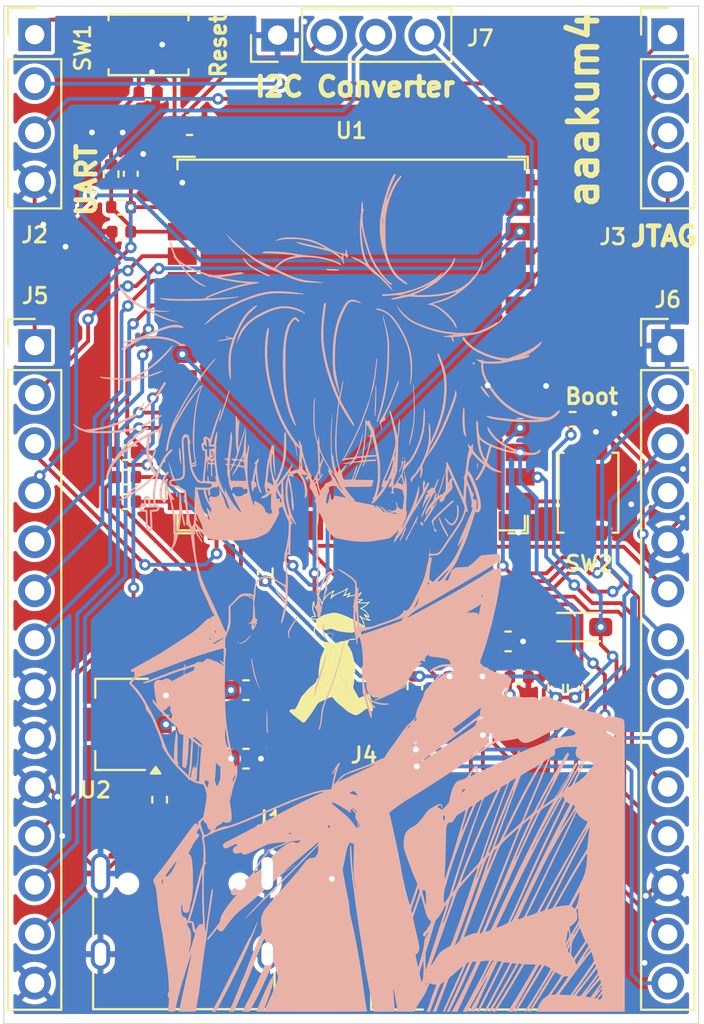
<source format=kicad_pcb>
(kicad_pcb (version 20241229) (generator "pcbnew") (generator_version "9.0")
  (layers (0 "F.Cu" signal) (2 "B.Cu" signal) (13 "F.Paste" user) (15 "B.Paste" user) (5 "F.SilkS" user "F.Silkscreen") (7 "B.SilkS" user "B.Silkscreen") (1 "F.Mask" user) (3 "B.Mask" user) (25 "Edge.Cuts" user))
  (net 0 "")
  (net 1 "+3V3")
  (net 2 "GND")
  (net 3 "VBUS")
  (net 4 "+3.3V")
  (net 5 "EN")
  (net 6 "Net-(C6-Pad2)")
  (net 7 "Net-(J4-VDD)")
  (net 8 "USB_D-")
  (net 9 "USB_D+")
  (net 10 "Net-(J1-CC2)")
  (net 11 "Net-(J1-CC1)")
  (net 12 "Net-(J2-Pin_3)")
  (net 13 "Net-(J2-Pin_2)")
  (net 14 "Net-(J3-Pin_2)")
  (net 15 "Net-(J3-Pin_1)")
  (net 16 "Net-(J3-Pin_4)")
  (net 17 "Net-(J3-Pin_3)")
  (net 18 "GPIO13 (DAT0)")
  (net 19 "Net-(J4-SHIELD)")
  (net 20 "GPIO15 (DAT2)")
  (net 21 "GPIO11 (CMD)")
  (net 22 "GPIO14 (DAT1)")
  (net 23 "GPIO10 (DAT3)")
  (net 24 "GPIO12 (CLK)")
  (net 25 "GPIO5")
  (net 26 "GPIO16")
  (net 27 "GPIO18")
  (net 28 "GPIO2")
  (net 29 "GPIO1")
  (net 30 "GPIO17")
  (net 31 "GPIO4")
  (net 32 "GPIO6")
  (net 33 "GPIO3")
  (net 34 "GPIO7")
  (net 35 "GPIO47")
  (net 36 "GPIO46")
  (net 37 "GPIO38")
  (net 38 "GPIO21")
  (net 39 "GPIO48")
  (net 40 "GPIO36")
  (net 41 "GPIO37")
  (net 42 "GPIO45")
  (net 43 "GPIO35")
  (net 44 "Net-(J7-Pin_4)")
  (net 45 "Net-(J7-Pin_3)")
  (net 46 "Net-(U1-IO20)")
  (net 47 "Net-(U1-IO19)")
  (net 48 "Net-(U1-IO0)")
  (footprint "Connector_PinHeader_2.54mm:PinHeader_1x04_P2.54mm_Vertical" (layer "F.Cu") (at 224.4 75.475)
    (property "Reference" "J3")
    (property "Value" "Conn_01x04" (hide yes))
  )
  (footprint "Package_TO_SOT_SMD:SOT-89-3" (layer "F.Cu") (at 196.1 111.2 180)
    (property "Reference" "U2")
    (property "Value" "MCP1700x-120xxMB" (hide yes))
  )
  (footprint "Connector_PinHeader_2.54mm:PinHeader_1x04_P2.54mm_Vertical" (layer "F.Cu") (at 204.19 75.5 90)
    (property "Reference" "J7")
    (property "Value" "Conn_01x04" (hide yes))
  )
  (footprint "Graphics:larger baby gojo" (layer "F.Cu") (at 207.131314 107.29499)
    (property "Reference" "G***" (hide yes))
    (property "Value" "LOGO" (hide yes))
  )
  (footprint "Resistor_SMD:R_0402_1005Metric" (layer "F.Cu") (at 196.34 98.39)
    (property "Reference" "R4" (hide yes))
    (property "Value" "27" (hide yes))
  )
  (footprint "Connector_PinHeader_2.54mm:PinHeader_1x14_P2.54mm_Vertical" (layer "F.Cu") (at 224.4 91.58)
    (property "Reference" "J6")
    (property "Value" "Conn_01x14" (hide yes))
  )
  (footprint "Capacitor_SMD:C_0603_1608Metric" (layer "F.Cu") (at 216.13 106.9)
    (property "Reference" "C8" (hide yes))
    (property "Value" "10uF" (hide yes))
  )
  (footprint "Capacitor_SMD:C_0402_1005Metric" (layer "F.Cu") (at 196.58 82.68 90)
    (property "Reference" "C3" (hide yes))
    (property "Value" "0.1uF" (hide yes))
  )
  (footprint "Capacitor_SMD:C_0402_1005Metric" (layer "F.Cu") (at 196.095 85.685)
    (property "Reference" "C5" (hide yes))
    (property "Value" "0.1uF" (hide yes))
  )
  (footprint "Button_Switch_SMD:SW_Push_SPST_NO_Alps_SKRK" (layer "F.Cu") (at 197.5 76 180)
    (property "Reference" "SW1")
    (property "Value" "SW_Push" (hide yes))
  )
  (footprint "Resistor_SMD:R_0402_1005Metric" (layer "F.Cu") (at 195.56 82.7 -90)
    (property "Reference" "R6" (hide yes))
    (property "Value" "0" (hide yes))
  )
  (footprint "Resistor_SMD:R_0402_1005Metric" (layer "F.Cu") (at 196.075 84.41)
    (property "Reference" "R5" (hide yes))
    (property "Value" "10k" (hide yes))
  )
  (footprint "Resistor_SMD:R_0402_1005Metric" (layer "F.Cu") (at 211.3 109.225 -90)
    (property "Reference" "R9" (hide yes))
    (property "Value" "10k" (hide yes))
  )
  (footprint "Connector_USB:USB_C_Receptacle_HRO_TYPE-C-31-M-12" (layer "F.Cu") (at 199.33 122.05)
    (property "Reference" "J1")
    (property "Value" "USB_C_Receptacle_USB2.0_14P" (hide yes))
  )
  (footprint "Resistor_SMD:R_0402_1005Metric" (layer "F.Cu") (at 201.075 115.1 -90)
    (property "Reference" "R2" (hide yes))
    (property "Value" "5.1k" (hide yes))
  )
  (footprint "Resistor_SMD:R_0402_1005Metric" (layer "F.Cu") (at 196.34 97.12)
    (property "Reference" "R15" (hide yes))
    (property "Value" "4.7k" (hide yes))
  )
  (footprint "Capacitor_SMD:C_0603_1608Metric" (layer "F.Cu") (at 202.55 112.975)
    (property "Reference" "C2" (hide yes))
    (property "Value" "10uF" (hide yes))
  )
  (footprint "Resistor_SMD:R_0402_1005Metric" (layer "F.Cu") (at 196.34 99.66)
    (property "Reference" "R3" (hide yes))
    (property "Value" "27" (hide yes))
  )
  (footprint "Inductor_SMD:L_Walsin_WLFM201209x" (layer "F.Cu") (at 219.78 106.16)
    (property "Reference" "FB1" (hide yes))
    (property "Value" "FerriteBead" (hide yes))
  )
  (footprint "Resistor_SMD:R_0402_1005Metric" (layer "F.Cu") (at 213.1 109.225 -90)
    (property "Reference" "R10" (hide yes))
    (property "Value" "10k" (hide yes))
  )
  (footprint "Resistor_SMD:R_0402_1005Metric" (layer "F.Cu") (at 214.8 109.225 -90)
    (property "Reference" "R11" (hide yes))
    (property "Value" "10k" (hide yes))
  )
  (footprint "Connector_PinHeader_2.54mm:PinHeader_1x04_P2.54mm_Vertical" (layer "F.Cu") (at 191.6 75.475)
    (property "Reference" "J2")
    (property "Value" "Conn_01x04" (hide yes))
  )
  (footprint "Connector_PinHeader_2.54mm:PinHeader_1x14_P2.54mm_Vertical" (layer "F.Cu") (at 191.6 91.58)
    (property "Reference" "J5")
    (property "Value" "Conn_01x14" (hide yes))
  )
  (footprint "PCM_Espressif:ESP32-S3-WROOM-1U" (layer "F.Cu") (at 208 91.4)
    (property "Reference" "U1")
    (property "Value" "ESP32-S3-WROOM-1U" (hide yes))
  )
  (footprint "Capacitor_SMD:C_0402_1005Metric" (layer "F.Cu") (at 216.7 108.75 180)
    (property "Reference" "C7" (hide yes))
    (property "Value" "0.1uF" (hide yes))
  )
  (footprint "Resistor_SMD:R_0402_1005Metric" (layer "F.Cu") (at 198.075 115.1 90)
    (property "Reference" "R1" (hide yes))
    (property "Value" "5.1k" (hide yes))
  )
  (footprint "Resistor_SMD:R_0603_1608Metric" (layer "F.Cu") (at 207 120.025 -90)
    (property "Reference" "R8" (hide yes))
    (property "Value" "1M" (hide yes))
  )
  (footprint "Resistor_SMD:R_0402_1005Metric" (layer "F.Cu") (at 203.55 103.275 90)
    (property "Reference" "R14" (hide yes))
    (property "Value" "4.7k" (hide yes))
  )
  (footprint "Capacitor_SMD:C_0603_1608Metric" (layer "F.Cu") (at 199.625 80.16)
    (property "Reference" "C4" (hide yes))
    (property "Value" "22uF" (hide yes))
  )
  (footprint "Button_Switch_SMD:SW_Push_SPST_NO_Alps_SKRK" (layer "F.Cu") (at 220.275 99.2 90)
    (property "Reference" "SW2")
    (property "Value" "SW_Push" (hide yes))
  )
  (footprint "Resistor_SMD:R_0402_1005Metric" (layer "F.Cu") (at 219.6 109.3 90)
    (property "Reference" "R12" (hide yes))
    (property "Value" "10k" (hide yes))
  )
  (footprint "Resistor_SMD:R_0402_1005Metric" (layer "F.Cu") (at 218.6 109.3 90)
    (property "Reference" "R13" (hide yes))
    (property "Value" "10k" (hide yes))
  )
  (footprint "Capacitor_SMD:C_0402_1005Metric" (layer "F.Cu") (at 197.48 78.48 180)
    (property "Reference" "C6" (hide yes))
    (property "Value" "0.1uF" (hide yes))
  )
  (footprint "Resistor_SMD:R_0402_1005Metric" (layer "F.Cu") (at 219.475 95.4)
    (property "Reference" "R7" (hide yes))
    (property "Value" "10k" (hide yes))
  )
  (footprint "Capacitor_SMD:C_0603_1608Metric" (layer "F.Cu") (at 202.55 109.425)
    (property "Reference" "C1" (hide yes))
    (property "Value" "10uF" (hide yes))
  )
  (footprint "Connector_Card:microSD_HC_Molex_104031-0811" (layer "F.Cu") (at 215.105 120.15)
    (property "Reference" "J4")
    (property "Value" "Micro_SD_Card" (hide yes))
  )
  (footprint "Graphics:Gojo mid" (layer "B.Cu") (at 207.171101 93.608072 180)
    (property "Reference" "G***" (hide yes))
    (property "Value" "LOGO" (hide yes))
  )
  (gr_rect (start 190 74) (end 226 126.7) (stroke (width 0.05)) (fill no) (layer "Edge.Cuts"))
  (gr_text "UART" (at 194.87 85 90) (layer "F.SilkS") (effects (font (size 1 1) (thickness 0.25) (bold yes)) (justify left bottom)))
  (gr_text "JTAG" (at 222.36 86.51 0) (layer "F.SilkS") (effects (font (size 1 1) (thickness 0.25) (bold yes)) (justify left bottom)))
  (gr_text "I2C Converter" (at 202.89 78.76 0) (layer "F.SilkS") (effects (font (size 1 1) (thickness 0.25) (bold yes)) (justify left bottom)))
  (gr_text "Boot" (at 218.99 94.68 0) (layer "F.SilkS") (effects (font (size 0.8 0.8) (thickness 0.175) (bold yes)) (justify left bottom)))
  (gr_text "aaakum4" (at 220.91 84.59 90) (layer "F.SilkS") (effects (font (size 1.5 1.5) (thickness 0.3) (bold yes)) (justify left bottom)))
  (gr_text "Reset" (at 201.59 77.79 90) (layer "F.SilkS") (effects (font (size 0.8 0.8) (thickness 0.175) (bold yes)) (justify left bottom)))
  (segment (start 198.05 109.7) (end 198.406 109.7) (width 0.2) (layer "F.Cu") (net 1))
  (via (at 198.406 109.7) (size 0.6) (drill 0.3) (layers "F.Cu" "B.Cu") (net 1))
  (via (at 201.775 109.425) (size 0.6) (drill 0.3) (layers "F.Cu" "B.Cu") (net 1))
  (segment (start 201.5 109.7) (end 201.775 109.425) (width 0.2) (layer "B.Cu") (net 1))
  (segment (start 198.406 109.7) (end 201.5 109.7) (width 0.2) (layer "B.Cu") (net 1))
  (segment (start 198.21 75.99) (end 199.59 75.99) (width 0.2) (layer "F.Cu") (net 2))
  (segment (start 223.55 102.59) (end 224.4 101.74) (width 0.2) (layer "F.Cu") (net 2))
  (segment (start 197.96 77.694463) (end 197.680537 77.415) (width 0.2) (layer "F.Cu") (net 2))
  (segment (start 192.28 114.44) (end 191.6 114.44) (width 0.2) (layer "F.Cu") (net 2))
  (segment (start 196.58 82.2) (end 196.58 80.96153) (width 0.2) (layer "F.Cu") (net 2))
  (segment (start 220.275 101.3) (end 221.009265 101.3) (width 0.2) (layer "F.Cu") (net 2))
  (segment (start 224.4 101.74) (end 224.4 101.25) (width 0.2) (layer "F.Cu") (net 2))
  (segment (start 191.6 84.86) (end 192.05 85.31) (width 0.2) (layer "F.Cu") (net 2))
  (segment (start 197.96 78.48) (end 197.96 78.74153) (width 0.2) (layer "F.Cu") (net 2))
  (segment (start 195.01 118.92) (end 195.165 118.92) (width 0.2) (layer "F.Cu") (net 2))
  (segment (start 224.4 91.58) (end 220.19 91.58) (width 0.2) (layer "F.Cu") (net 2))
  (segment (start 193.03 116.98) (end 193.07 116.98) (width 0.2) (layer "F.Cu") (net 2))
  (segment (start 196.680735 82.2) (end 197.225 81.655735) (width 0.2) (layer "F.Cu") (net 2))
  (segment (start 194.57 80.54) (end 194.155 80.54) (width 0.2) (layer "F.Cu") (net 2))
  (segment (start 223.829999 119.52) (end 223.269264 120.080735) (width 0.2) (layer "F.Cu") (net 2))
  (segment (start 224.4 119.52) (end 223.829999 119.52) (width 0.2) (layer "F.Cu") (net 2))
  (segment (start 194.155 80.54) (end 191.6 83.095) (width 0.2) (layer "F.Cu") (net 2))
  (segment (start 199.59 75.99) (end 199.6 76) (width 0.2) (layer "F.Cu") (net 2))
  (segment (start 221.009265 101.3) (end 222.509265 99.8) (width 0.2) (layer "F.Cu") (net 2))
  (segment (start 192.785735 114.945735) (end 192.28 114.44) (width 0.2) (layer "F.Cu") (net 2))
  (segment (start 224.4 101.25) (end 225.16 100.49) (width 0.2) (layer "F.Cu") (net 2))
  (segment (start 196.58 82.2) (end 196.680735 82.2) (width 0.2) (layer "F.Cu") (net 2))
  (segment (start 220.19 91.58) (end 218.1 93.67) (width 0.2) (layer "F.Cu") (net 2))
  (segment (start 223.509322 102.59) (end 223.55 102.59) (width 0.2) (layer "F.Cu") (net 2))
  (segment (start 196.58 80.96153) (end 196.16 80.54153) (width 0.2) (layer "F.Cu") (net 2))
  (segment (start 195.165 118.92) (end 196.08 118.005) (width 0.2) (layer "F.Cu") (net 2))
  (segment (start 197.96 78.48) (end 197.96 77.694463) (width 0.2) (layer "F.Cu") (net 2))
  (segment (start 191.6 83.095) (end 191.6 84.86) (width 0.2) (layer "F.Cu") (net 2))
  (segment (start 222.509265 99.8) (end 222.509265 101.589943) (width 0.2) (layer "F.Cu") (net 2))
  (segment (start 193.07 116.98) (end 195.01 118.92) (width 0.2) (layer "F.Cu") (net 2))
  (segment (start 222.509265 101.589943) (end 223.509322 102.59) (width 0.2) (layer "F.Cu") (net 2))
  (segment (start 197.96 78.74153) (end 196.16 80.54153) (width 0.2) (layer "F.Cu") (net 2))
  (via (at 225.16 100.49) (size 0.6) (drill 0.3) (layers "F.Cu" "B.Cu") (net 2))
  (via (at 203.325 112.975) (size 0.6) (drill 0.3) (layers "F.Cu" "B.Cu") (net 2))
  (via (at 223.2 123.55) (size 0.6) (drill 0.3) (layers "F.Cu" "B.Cu") (net 2))
  (via (at 223.269264 120.080735) (size 0.6) (drill 0.3) (layers "F.Cu" "B.Cu") (net 2))
  (via (at 225.2 97.97) (size 0.6) (drill 0.3) (layers "F.Cu" "B.Cu") (net 2))
  (via (at 222.509265 99.8) (size 0.6) (drill 0.3) (layers "F.Cu" "B.Cu") (net 2))
  (via (at 215.07 93.64) (size 0.6) (drill 0.3) (layers "F.Cu" "B.Cu") (net 2))
  (via (at 197.680537 77.415) (size 0.6) (drill 0.3) (layers "F.Cu" "B.Cu") (net 2))
  (via (at 194.57 80.54) (size 0.6) (drill 0.3) (layers "F.Cu" "B.Cu") (net 2))
  (via (at 207 119.2) (size 0.6) (drill 0.3) (layers "F.Cu" "B.Cu") (net 2))
  (via (at 198.21 75.99) (size 0.6) (drill 0.3) (layers "F.Cu" "B.Cu") (net 2))
  (via (at 221.64 95.09) (size 0.6) (drill 0.3) (layers "F.Cu" "B.Cu") (net 2))
  (via (at 216.67 101.26) (size 0.6) (drill 0.3) (layers "F.Cu" "B.Cu") (net 2))
  (via (at 192.785735 114.945735) (size 0.6) (drill 0.3) (layers "F.Cu" "B.Cu") (net 2))
  (via (at 193.2 86.46) (size 0.6) (drill 0.3) (layers "F.Cu" "B.Cu") (net 2))
  (via (at 218.1 93.67) (size 0.6) (drill 0.3) (layers "F.Cu" "B.Cu") (net 2))
  (via (at 193.03 116.98) (size 0.6) (drill 0.3) (layers "F.Cu" "B.Cu") (net 2))
  (via (at 205.575661 74.8) (size 0.6) (drill 0.3) (layers "F.Cu" "B.Cu") (net 2))
  (via (at 220.68 96.05) (size 0.6) (drill 0.3) (layers "F.Cu" "B.Cu") (net 2))
  (via (at 216.905 106.9) (size 0.6) (drill 0.3) (layers "F.Cu" "B.Cu") (net 2))
  (via (at 197.225 81.655735) (size 0.6) (drill 0.3) (layers "F.Cu" "B.Cu") (net 2))
  (via (at 196.16 80.54153) (size 0.6) (drill 0.3) (layers "F.Cu" "B.Cu") (net 2))
  (via (at 192.05 85.31) (size 0.6) (drill 0.3) (layers "F.Cu" "B.Cu") (net 2))
  (via (at 199.25 83.14) (size 0.6) (drill 0.3) (layers "F.Cu" "B.Cu") (net 2))
  (segment (start 220.68 96.05) (end 221.64 95.09) (width 0.2) (layer "B.Cu") (net 2))
  (segment (start 197.230735 81.65) (end 198.44 81.65) (width 0.2) (layer "B.Cu") (net 2))
  (segment (start 215.1 93.67) (end 215.07 93.64) (width 0.2) (layer "B.Cu") (net 2))
  (segment (start 223.269264 120.080735) (end 223.2 120.149999) (width 0.2) (layer "B.Cu") (net 2))
  (segment (start 222.509265 99.8) (end 222.509265 99.462975) (width 0.2) (layer "B.Cu") (net 2))
  (segment (start 192.785735 114.945735) (end 193.03 115.19) (width 0.2) (layer "B.Cu") (net 2))
  (segment (start 203.325 112.975) (end 203.325 115.525) (width 0.2) (layer "B.Cu") (net 2))
  (segment (start 197.225 81.655735) (end 197.230735 81.65) (width 0.2) (layer "B.Cu") (net 2))
  (segment (start 224.00224 97.97) (end 225.2 97.97) (width 0.2) (layer "B.Cu") (net 2))
  (segment (start 216.905 101.495) (end 216.67 101.26) (width 0.2) (layer "B.Cu") (net 2))
  (segment (start 203.325 115.525) (end 207 119.2) (width 0.2) (layer "B.Cu") (net 2))
  (segment (start 199.25 82.46) (end 199.25 83.14) (width 0.2) (layer "B.Cu") (net 2))
  (segment (start 196.16 80.54153) (end 194.57153 80.54153) (width 0.2) (layer "B.Cu") (net 2))
  (segment (start 222.509265 99.462975) (end 224.00224 97.97) (width 0.2) (layer "B.Cu") (net 2))
  (segment (start 216.905 106.9) (end 216.905 101.495) (width 0.2) (layer "B.Cu") (net 2))
  (segment (start 197.680537 77.415) (end 197.680537 76.519463) (width 0.2) (layer "B.Cu") (net 2))
  (segment (start 194.57153 80.54153) (end 194.57 80.54) (width 0.2) (layer "B.Cu") (net 2))
  (segment (start 223.2 120.149999) (end 223.2 123.55) (width 0.2) (layer "B.Cu") (net 2))
  (segment (start 197.680537 76.519463) (end 198.21 75.99) (width 0.2) (layer "B.Cu") (net 2))
  (segment (start 198.44 81.65) (end 199.25 82.46) (width 0.2) (layer "B.Cu") (net 2))
  (segment (start 218.1 93.67) (end 215.1 93.67) (width 0.2) (layer "B.Cu") (net 2))
  (segment (start 193.03 115.19) (end 193.03 116.98) (width 0.2) (layer "B.Cu") (net 2))
  (segment (start 192.05 85.31) (end 193.2 86.46) (width 0.2) (layer "B.Cu") (net 2))
  (segment (start 205.583 113.375) (end 211.4 113.375) (width 0.2) (layer "F.Cu") (net 3))
  (segment (start 196.88 118.93) (end 197.382 119.432) (width 0.2) (layer "F.Cu") (net 3))
  (segment (start 201.78 118.782) (end 201.78 118.005) (width 0.2) (layer "F.Cu") (net 3))
  (segment (start 201.78 118.005) (end 201.78 117.178) (width 0.2) (layer "F.Cu") (net 3))
  (segment (start 197.382 119.432) (end 201.13 119.432) (width 0.2) (layer "F.Cu") (net 3))
  (segment (start 201.78 117.178) (end 205.583 113.375) (width 0.2) (layer "F.Cu") (net 3))
  (segment (start 201.775 117.265) (end 201.775 112.975) (width 0.2) (layer "F.Cu") (net 3))
  (segment (start 197.9625 111.2) (end 198.406 111.2) (width 0.2) (layer "F.Cu") (net 3))
  (segment (start 196.88 118.005) (end 196.88 118.93) (width 0.2) (layer "F.Cu") (net 3))
  (segment (start 201.13 119.432) (end 201.78 118.782) (width 0.2) (layer "F.Cu") (net 3))
  (via (at 201.775 112.975) (size 0.6) (drill 0.3) (layers "F.Cu" "B.Cu") (net 3))
  (via (at 211.4 113.375) (size 0.6) (drill 0.3) (layers "F.Cu" "B.Cu") (net 3))
  (via (at 198.406 111.2) (size 0.6) (drill 0.3) (layers "F.Cu" "B.Cu") (net 3))
  (segment (start 222.525 124.125) (end 223 124.6) (width 0.2) (layer "B.Cu") (net 3))
  (segment (start 198.406 111.2) (end 200 111.2) (width 0.2) (layer "B.Cu") (net 3))
  (segment (start 211.4 113.375) (end 222.275 113.375) (width 0.2) (layer "B.Cu") (net 3))
  (segment (start 200 111.2) (end 201.775 112.975) (width 0.2) (layer "B.Cu") (net 3))
  (segment (start 223 124.6) (end 224.4 124.6) (width 0.2) (layer "B.Cu") (net 3))
  (segment (start 222.525 113.625) (end 222.525 124.125) (width 0.2) (layer "B.Cu") (net 3))
  (segment (start 222.275 113.375) (end 222.525 113.625) (width 0.2) (layer "B.Cu") (net 3))
  (segment (start 219.385 95.82) (end 218.965 95.4) (width 0.2) (layer "F.Cu") (net 4))
  (segment (start 224.4 122.06) (end 221.746 119.406) (width 0.2) (layer "F.Cu") (net 4))
  (segment (start 195.83 97.12) (end 195.83 87.247969) (width 0.2) (layer "F.Cu") (net 4))
  (segment (start 221.746 119.406) (end 221.746 107.879708) (width 0.2) (layer "F.Cu") (net 4))
  (segment (start 219.385 96.203328) (end 219.385 95.82) (width 0.2) (layer "F.Cu") (net 4))
  (segment (start 220.93 106.16) (end 220.93 107.063708) (width 0.2) (layer "F.Cu") (net 4))
  (segment (start 195.83 97.12) (end 195.83 97.301429) (width 0.2) (layer "F.Cu") (net 4))
  (segment (start 197.437518 97.755757) (end 196.465757 97.755757) (width 0.2) (layer "F.Cu") (net 4))
  (segment (start 211.535 108.715) (end 211.539685 108.710315) (width 0.2) (layer "F.Cu") (net 4))
  (segment (start 195.813064 74.699) (end 198.85 77.735936) (width 0.2) (layer "F.Cu") (net 4))
  (segment (start 196.465757 97.755757) (end 195.83 97.12) (width 0.2) (layer "F.Cu") (net 4))
  (segment (start 211.3 108.715) (end 211.535 108.715) (width 0.2) (layer "F.Cu") (net 4))
  (segment (start 196.585 83.165) (end 196.58 83.16) (width 0.2) (layer "F.Cu") (net 4))
  (segment (start 195.83 87.247969) (end 196.582969 86.495) (width 0.2) (layer "F.Cu") (net 4))
  (segment (start 191.6 75.475) (end 192.376 74.699) (width 0.2) (layer "F.Cu") (net 4))
  (segment (start 192.376 74.699) (end 195.813064 74.699) (width 0.2) (layer "F.Cu") (net 4))
  (segment (start 220.93 107.063708) (end 221.547 107.680708) (width 0.2) (layer "F.Cu") (net 4))
  (segment (start 205.579 76.651) (end 206.73 75.5) (width 0.2) (layer "F.Cu") (net 4))
  (segment (start 218.6 109.81) (end 219.6 109.81) (width 0.2) (layer "F.Cu") (net 4))
  (segment (start 196.585 84.41) (end 196.585 83.165) (width 0.2) (layer "F.Cu") (net 4))
  (segment (start 197.825 81.915) (end 197.825 81.185) (width 0.2) (layer "F.Cu") (net 4))
  (segment (start 199.25 84.41) (end 196.585 84.41) (width 0.2) (layer "F.Cu") (net 4))
  (segment (start 198.85 77.735936) (end 198.85 80.16) (width 0.2) (layer "F.Cu") (net 4))
  (segment (start 198.85 80.16) (end 202.359 76.651) (width 0.2) (layer "F.Cu") (net 4))
  (segment (start 197.825 81.185) (end 198.85 80.16) (width 0.2) (layer "F.Cu") (net 4))
  (segment (start 202.359 76.651) (end 205.579 76.651) (width 0.2) (layer "F.Cu") (net 4))
  (segment (start 221.746 107.879708) (end 221.547 107.680708) (width 0.2) (layer "F.Cu") (net 4))
  (segment (start 196.58 83.16) (end 197.825 81.915) (width 0.2) (layer "F.Cu") (net 4))
  (via (at 203.55 103.785) (size 0.6) (drill 0.3) (layers "F.Cu" "B.Cu") (net 4))
  (via (at 219.6 109.81) (size 0.6) (drill 0.3) (layers "F.Cu" "B.Cu") (net 4))
  (via (at 218.6 109.81) (size 0.6) (drill 0.3) (layers "F.Cu" "B.Cu") (net 4))
  (via (at 213.1 108.715) (size 0.6) (drill 0.3) (layers "F.Cu" "B.Cu") (net 4))
  (via (at 221.547 107.680708) (size 0.6) (drill 0.3) (layers "F.Cu" "B.Cu") (net 4))
  (via (at 197.437518 97.755757) (size 0.6) (drill 0.3) (layers "F.Cu" "B.Cu") (net 4))
  (via (at 214.8 108.715) (size 0.6) (drill 0.3) (layers "F.Cu" "B.Cu") (net 4))
  (via (at 211.539685 108.710315) (size 0.6) (drill 0.3) (layers "F.Cu" "B.Cu") (net 4))
  (via (at 220.93 106.16) (size 0.6) (drill 0.3) (layers "F.Cu" "B.Cu") (net 4))
  (via (at 196.582969 86.495) (size 0.6) (drill 0.3) (layers "F.Cu" "B.Cu") (net 4))
  (via (at 196.585 84.41) (size 0.6) (drill 0.3) (layers "F.Cu" "B.Cu") (net 4))
  (via (at 219.385 96.203328) (size 0.6) (drill 0.3) (layers "F.Cu" "B.Cu") (net 4))
  (segment (start 218.501 102.3589) (end 219.49605 103.35395) (width 0.2) (layer "B.Cu") (net 4))
  (segment (start 196.575 86.487031) (end 196.575 84.42) (width 0.2) (layer "B.Cu") (net 4))
  (segment (start 218.501 97.087328) (end 218.501 102.3589) (width 0.2) (layer "B.Cu") (net 4))
  (segment (start 203.55 103.785) (end 197.520757 97.755757) (width 0.2) (layer "B.Cu") (net 4))
  (segment (start 219.6 109.81) (end 221.547 107.863) (width 0.2) (layer "B.Cu") (net 4))
  (segment (start 214.8 108.715) (end 217.505 108.715) (width 0.2) (layer "B.Cu") (net 4))
  (segment (start 213.1 108.715) (end 214.8 108.715) (width 0.2) (layer "B.Cu") (net 4))
  (segment (start 196.575 84.42) (end 196.585 84.41) (width 0.2) (layer "B.Cu") (net 4))
  (segment (start 219.385 96.203328) (end 218.501 97.087328) (width 0.2) (layer "B.Cu") (net 4))
  (segment (start 219.49605 103.35395) (end 219.778893 103.35395) (width 0.2) (layer "B.Cu") (net 4))
  (segment (start 211.539685 108.710315) (end 213.095315 108.710315) (width 0.2) (layer "B.Cu") (net 4))
  (segment (start 219.778893 103.35395) (end 220.93 104.505057) (width 0.2) (layer "B.Cu") (net 4))
  (segment (start 217.505 108.715) (end 218.6 109.81) (width 0.2) (layer "B.Cu") (net 4))
  (segment (start 197.520757 97.755757) (end 197.437518 97.755757) (width 0.2) (layer "B.Cu") (net 4))
  (segment (start 213.095315 108.710315) (end 213.1 108.715) (width 0.2) (layer "B.Cu") (net 4))
  (segment (start 220.93 104.505057) (end 220.93 106.16) (width 0.2) (layer "B.Cu") (net 4))
  (segment (start 220.925 106.155) (end 220.93 106.16) (width 0.2) (layer "B.Cu") (net 4))
  (segment (start 196.582969 86.495) (end 196.575 86.487031) (width 0.2) (layer "B.Cu") (net 4))
  (segment (start 203.55 103.785) (end 208.475315 108.710315) (width 0.2) (layer "B.Cu") (net 4))
  (segment (start 221.547 107.863) (end 221.547 107.680708) (width 0.2) (layer "B.Cu") (net 4))
  (segment (start 208.475315 108.710315) (end 211.539685 108.710315) (width 0.2) (layer "B.Cu") (net 4))
  (segment (start 196.575 85.685) (end 196.575 85.42) (width 0.2) (layer "F.Cu") (net 5))
  (segment (start 195.565 83.215) (end 195.56 83.21) (width 0.2) (layer "F.Cu") (net 5))
  (segment (start 196.58 85.68) (end 196.575 85.685) (width 0.2) (layer "F.Cu") (net 5))
  (segment (start 195.565 84.41) (end 195.565 83.215) (width 0.2) (layer "F.Cu") (net 5))
  (segment (start 196.575 85.42) (end 195.565 84.41) (width 0.2) (layer "F.Cu") (net 5))
  (segment (start 199.25 85.68) (end 196.58 85.68) (width 0.2) (layer "F.Cu") (net 5))
  (segment (start 195.4 76) (end 197 77.6) (width 0.2) (layer "F.Cu") (net 6))
  (segment (start 195.56 82.19) (end 195.56 79.92) (width 0.2) (layer "F.Cu") (net 6))
  (segment (start 195.56 79.92) (end 197 78.48) (width 0.2) (layer "F.Cu") (net 6))
  (segment (start 197 77.6) (end 197 78.48) (width 0.2) (layer "F.Cu") (net 6))
  (segment (start 214.821 113.471) (end 214.821 111.755555) (width 0.2) (layer "F.Cu") (net 7))
  (segment (start 216.225 109.65) (end 216.225 108.755) (width 0.2) (layer "F.Cu") (net 7))
  (segment (start 216.22 108.75) (end 216.22 107.765) (width 0.2) (layer "F.Cu") (net 7))
  (segment (start 216.131 106.124) (end 218.594 106.124) (width 0.2) (layer "F.Cu") (net 7))
  (segment (start 216.22 107.765) (end 215.355 106.9) (width 0.2) (layer "F.Cu") (net 7))
  (segment (start 215.355 106.9) (end 216.131 106.124) (width 0.2) (layer "F.Cu") (net 7))
  (segment (start 218.594 106.124) (end 218.63 106.16) (width 0.2) (layer "F.Cu") (net 7))
  (segment (start 215.3 114.7) (end 215.3 113.95) (width 0.2) (layer "F.Cu") (net 7))
  (segment (start 216.225 108.755) (end 216.22 108.75) (width 0.2) (layer "F.Cu") (net 7))
  (segment (start 215.3 114.7) (end 215.421 114.579) (width 0.2) (layer "F.Cu") (net 7))
  (segment (start 215.3 113.95) (end 214.821 113.471) (width 0.2) (layer "F.Cu") (net 7))
  (segment (start 218.63 106.40011) (end 218.63 106.16) (width 0.2) (layer "F.Cu") (net 7))
  (via (at 214.821 111.755555) (size 0.6) (drill 0.3) (layers "F.Cu" "B.Cu") (net 7))
  (via (at 216.225 109.65) (size 0.6) (drill 0.3) (layers "F.Cu" "B.Cu") (net 7))
  (segment (start 214.821 111.755555) (end 214.821 111.054) (width 0.2) (layer "B.Cu") (net 7))
  (segment (start 214.821 111.054) (end 216.225 109.65) (width 0.2) (layer "B.Cu") (net 7))
  (segment (start 199.006 115.61934) (end 199.006 103.77634) (width 0.2) (layer "F.Cu") (net 8))
  (segment (start 198.58 118.005) (end 198.58 116.04534) (width 0.2) (layer "F.Cu") (net 8))
  (segment (start 198.58 116.04534) (end 199.006 115.61934) (width 0.2) (layer "F.Cu") (net 8))
  (segment (start 198.792 119.031) (end 198.58 118.819) (width 0.2) (layer "F.Cu") (net 8))
  (segment (start 198.58 118.819) (end 198.58 118.005) (width 0.2) (layer "F.Cu") (net 8))
  (segment (start 199.379 119.031) (end 198.792 119.031) (width 0.2) (layer "F.Cu") (net 8))
  (segment (start 199.58 118.83) (end 199.379 119.031) (width 0.2) (layer "F.Cu") (net 8))
  (segment (start 195.259 98.961) (end 195.83 98.39) (width 0.2) (layer "F.Cu") (net 8))
  (segment (start 199.006 103.77634) (end 195.259 100.02934) (width 0.2) (layer "F.Cu") (net 8))
  (segment (start 195.259 100.02934) (end 195.259 98.961) (width 0.2) (layer "F.Cu") (net 8))
  (segment (start 199.58 118.005) (end 199.58 118.83) (width 0.2) (layer "F.Cu") (net 8))
  (segment (start 199.41 108.975287) (end 199.41 110.11) (width 0.2) (layer "F.Cu") (net 9))
  (segment (start 199.41 116.698) (end 199.08 117.028) (width 0.2) (layer "F.Cu") (net 9))
  (segment (start 199.698 107.823287) (end 199.933349 107.823287) (width 0.2) (layer "F.Cu") (net 9))
  (segment (start 199.08 117.028) (end 199.08 118.005) (width 0.2) (layer "F.Cu") (net 9))
  (segment (start 199.933351 105.663287) (end 199.698 105.663287) (width 0.2) (layer "F.Cu") (net 9))
  (segment (start 199.698 104.943287) (end 199.933351 104.943287) (width 0.2) (layer "F.Cu") (net 9))
  (segment (start 200.221351 106.671287) (end 200.221351 106.815287) (width 0.2) (layer "F.Cu") (net 9))
  (segment (start 199.41 103.24) (end 199.41 104.655287) (width 0.2) (layer "F.Cu") (net 9))
  (segment (start 199.41 107.391287) (end 199.41 107.535287) (width 0.2) (layer "F.Cu") (net 9))
  (segment (start 195.83 99.66) (end 199.41 103.24) (width 0.2) (layer "F.Cu") (net 9))
  (segment (start 200.08 117.028) (end 200.031 116.979) (width 0.2) (layer "F.Cu") (net 9))
  (segment (start 199.41 108.831287) (end 199.41 108.975287) (width 0.2) (layer "F.Cu") (net 9))
  (segment (start 200.08 118.005) (end 200.08 117.028) (width 0.2) (layer "F.Cu") (net 9))
  (segment (start 200.221351 105.231287) (end 200.221351 105.375287) (width 0.2) (layer "F.Cu") (net 9))
  (segment (start 199.41 105.951287) (end 199.41 106.095287) (width 0.2) (layer "F.Cu") (net 9))
  (segment (start 200.221349 108.111287) (end 200.221349 108.255287) (width 0.2) (layer "F.Cu") (net 9))
  (segment (start 199.933351 107.103287) (end 199.698 107.103287) (width 0.2) (layer "F.Cu") (net 9))
  (segment (start 199.129 116.979) (end 199.08 117.028) (width 0.2) (layer "F.Cu") (net 9))
  (segment (start 199.41 110.11) (end 199.41 116.698) (width 0.2) (layer "F.Cu") (net 9))
  (segment (start 199.933349 108.543287) (end 199.698 108.543287) (width 0.2) (layer "F.Cu") (net 9))
  (segment (start 200.031 116.979) (end 199.129 116.979) (width 0.2) (layer "F.Cu") (net 9))
  (segment (start 199.698 106.383287) (end 199.933351 106.383287) (width 0.2) (layer "F.Cu") (net 9))
  (arc (start 199.698 107.103287) (mid 199.494353 107.18764) (end 199.41 107.391287) (width 0.2) (layer "F.Cu") (net 9))
  (arc (start 199.41 106.095287) (mid 199.494353 106.298934) (end 199.698 106.383287) (width 0.2) (layer "F.Cu") (net 9))
  (arc (start 200.221351 105.375287) (mid 200.136998 105.578934) (end 199.933351 105.663287) (width 0.2) (layer "F.Cu") (net 9))
  (arc (start 200.221349 108.255287) (mid 200.136996 108.458934) (end 199.933349 108.543287) (width 0.2) (layer "F.Cu") (net 9))
  (arc (start 199.698 105.663287) (mid 199.494353 105.74764) (end 199.41 105.951287) (width 0.2) (layer "F.Cu") (net 9))
  (arc (start 199.933351 104.943287) (mid 200.136998 105.02764) (end 200.221351 105.231287) (width 0.2) (layer "F.Cu") (net 9))
  (arc (start 199.698 108.543287) (mid 199.494353 108.62764) (end 199.41 108.831287) (width 0.2) (layer "F.Cu") (net 9))
  (arc (start 199.933351 106.383287) (mid 200.136998 106.46764) (end 200.221351 106.671287) (width 0.2) (layer "F.Cu") (net 9))
  (arc (start 199.933349 107.823287) (mid 200.136996 107.90764) (end 200.221349 108.111287) (width 0.2) (layer "F.Cu") (net 9))
  (arc (start 199.41 107.535287) (mid 199.494353 107.738934) (end 199.698 107.823287) (width 0.2) (layer "F.Cu") (net 9))
  (arc (start 199.41 104.655287) (mid 199.494353 104.858934) (end 199.698 104.943287) (width 0.2) (layer "F.Cu") (net 9))
  (arc (start 200.221351 106.815287) (mid 200.136998 107.018934) (end 199.933351 107.103287) (width 0.2) (layer "F.Cu") (net 9))
  (segment (start 201.075 118) (end 201.075 115.61) (width 0.2) (layer "F.Cu") (net 10))
  (segment (start 201.08 118.005) (end 201.075 118) (width 0.2) (layer "F.Cu") (net 10))
  (segment (start 198.08 118.005) (end 198.08 115.615) (width 0.2) (layer "F.Cu") (net 11))
  (segment (start 198.08 115.615) (end 198.075 115.61) (width 0.2) (layer "F.Cu") (net 11))
  (segment (start 217.282 86.95) (end 218.275 85.957) (width 0.2) (layer "F.Cu") (net 12))
  (segment (start 216.075 78.8) (end 210.825 78.8) (width 0.2) (layer "F.Cu") (net 12))
  (segment (start 218.275 85.957) (end 218.275 81) (width 0.2) (layer "F.Cu") (net 12))
  (segment (start 218.275 81) (end 216.075 78.8) (width 0.2) (layer "F.Cu") (net 12))
  (segment (start 216.75 86.95) (end 217.282 86.95) (width 0.2) (layer "F.Cu") (net 12))
  (segment (start 210.825 78.8) (end 201.1 78.8) (width 0.2) (layer "F.Cu") (net 12))
  (via (at 201.1 78.8) (size 0.6) (drill 0.3) (layers "F.Cu" "B.Cu") (net 12))
  (segment (start 201.1 78.8) (end 193.355 78.8) (width 0.2) (layer "B.Cu") (net 12))
  (segment (start 193.355 78.8) (end 191.6 80.555) (width 0.2) (layer "B.Cu") (net 12))
  (segment (start 218.676 80.8339) (end 218.676 86.826) (width 0.2) (layer "F.Cu") (net 13))
  (segment (start 218.676 86.826) (end 217.282 88.22) (width 0.2) (layer "F.Cu") (net 13))
  (segment (start 215.8421 78) (end 218.676 80.8339) (width 0.2) (layer "F.Cu") (net 13))
  (segment (start 204.3 78) (end 215.8421 78) (width 0.2) (layer "F.Cu") (net 13))
  (segment (start 217.282 88.22) (end 216.75 88.22) (width 0.2) (layer "F.Cu") (net 13))
  (via (at 204.3 78) (size 0.6) (drill 0.3) (layers "F.Cu" "B.Cu") (net 13))
  (segment (start 201.473528 78.015) (end 191.6 78.015) (width 0.2) (layer "B.Cu") (net 13))
  (segment (start 204.285 78.015) (end 204.3 78) (width 0.2) (layer "B.Cu") (net 13))
  (segment (start 201.473528 78.015) (end 204.285 78.015) (width 0.2) (layer "B.Cu") (net 13))
  (segment (start 222.848 79.567) (end 224.4 78.015) (width 0.2) (layer "F.Cu") (net 14))
  (segment (start 222.848 85.612) (end 222.848 79.567) (width 0.2) (layer "F.Cu") (net 14))
  (segment (start 216.75 90.76) (end 217.7 90.76) (width 0.2) (layer "F.Cu") (net 14))
  (segment (start 217.7 90.76) (end 222.848 85.612) (width 0.2) (layer "F.Cu") (net 14))
  (segment (start 216.75 89.49) (end 217.282 89.49) (width 0.2) (layer "F.Cu") (net 15))
  (segment (start 222.447 84.325) (end 222.447 77.428) (width 0.2) (layer "F.Cu") (net 15))
  (segment (start 217.282 89.49) (end 222.447 84.325) (width 0.2) (layer "F.Cu") (net 15))
  (segment (start 222.447 77.428) (end 224.4 75.475) (width 0.2) (layer "F.Cu") (net 15))
  (segment (start 217.282 93.3) (end 216.75 93.3) (width 0.2) (layer "F.Cu") (net 16))
  (segment (start 224.4 83.095) (end 224.4 86.182) (width 0.2) (layer "F.Cu") (net 16))
  (segment (start 224.4 86.182) (end 217.282 93.3) (width 0.2) (layer "F.Cu") (net 16))
  (segment (start 217.7 92.03) (end 223.249 86.481) (width 0.2) (layer "F.Cu") (net 17))
  (segment (start 216.75 92.03) (end 217.7 92.03) (width 0.2) (layer "F.Cu") (net 17))
  (segment (start 223.249 81.706) (end 224.4 80.555) (width 0.2) (layer "F.Cu") (net 17))
  (segment (start 223.249 86.481) (end 223.249 81.706) (width 0.2) (layer "F.Cu") (net 17))
  (segment (start 217.979 110.12934) (end 217.979 109.411) (width 0.2) (layer "F.Cu") (net 18))
  (segment (start 218.6 110.75034) (end 217.979 110.12934) (width 0.2) (layer "F.Cu") (net 18))
  (segment (start 219.531 105.692866) (end 219.531 107.859) (width 0.2) (layer "F.Cu") (net 18))
  (segment (start 219.531 107.859) (end 218.6 108.79) (width 0.2) (layer "F.Cu") (net 18))
  (segment (start 208.635 101.40511) (end 212.61389 105.384) (width 0.2) (layer "F.Cu") (net 18))
  (segment (start 219.222134 105.384) (end 219.531 105.692866) (width 0.2) (layer "F.Cu") (net 18))
  (segment (start 217.979 109.411) (end 218.6 108.79) (width 0.2) (layer "F.Cu") (net 18))
  (segment (start 218.6 114.7) (end 218.6 110.75034) (width 0.2) (layer "F.Cu") (net 18))
  (segment (start 212.61389 105.384) (end 219.222134 105.384) (width 0.2) (layer "F.Cu") (net 18))
  (segment (start 208.635 100.9) (end 208.635 101.40511) (width 0.2) (layer "F.Cu") (net 18))
  (segment (start 207 120.85) (end 209.365 120.85) (width 0.2) (layer "F.Cu") (net 19))
  (segment (start 212 114.7) (end 212 110.435) (width 0.2) (layer "F.Cu") (net 20))
  (segment (start 212 110.435) (end 211.3 109.735) (width 0.2) (layer "F.Cu") (net 20))
  (segment (start 211.3 109.735) (end 206.1 104.535) (width 0.2) (layer "F.Cu") (net 20))
  (segment (start 206.1 104.535) (end 206.1 103.375) (width 0.2) (layer "F.Cu") (net 20))
  (via (at 206.1 103.375) (size 0.6) (drill 0.3) (layers "F.Cu" "B.Cu") (net 20))
  (via (at 199.25 92.03) (size 0.6) (drill 0.3) (layers "F.Cu" "B.Cu") (net 20))
  (segment (start 206.1 98.88) (end 199.25 92.03) (width 0.2) (layer "B.Cu") (net 20))
  (segment (start 206.1 103.375) (end 206.1 98.88) (width 0.2) (layer "B.Cu") (net 20))
  (segment (start 206.196 101.951) (end 206.095 101.85) (width 0.2) (layer "F.Cu") (net 21))
  (segment (start 214.8 109.735) (end 214.179 109.114) (width 0.2) (layer "F.Cu") (net 21))
  (segment (start 214.179 109.114) (end 214.179 108.85366) (width 0.2) (layer "F.Cu") (net 21))
  (segment (start 214.2 114.7) (end 214.2 110.335) (width 0.2) (layer "F.Cu") (net 21))
  (segment (start 214.179 108.85366) (end 207.27634 101.951) (width 0.2) (layer "F.Cu") (net 21))
  (segment (start 206.095 101.85) (end 206.095 100.9) (width 0.2) (layer "F.Cu") (net 21))
  (segment (start 214.2 110.335) (end 214.8 109.735) (width 0.2) (layer "F.Cu") (net 21))
  (segment (start 207.27634 101.951) (end 206.196 101.951) (width 0.2) (layer "F.Cu") (net 21))
  (segment (start 212.77999 104.983) (end 209.905 102.10801) (width 0.2) (layer "F.Cu") (net 22))
  (segment (start 219.932 108.458) (end 219.932 105.526766) (width 0.2) (layer "F.Cu") (net 22))
  (segment (start 209.905 102.10801) (end 209.905 100.9) (width 0.2) (layer "F.Cu") (net 22))
  (segment (start 219.6 108.79) (end 219.932 108.458) (width 0.2) (layer "F.Cu") (net 22))
  (segment (start 219.388234 104.983) (end 212.77999 104.983) (width 0.2) (layer "F.Cu") (net 22))
  (segment (start 220.221 109.411) (end 219.6 108.79) (width 0.2) (layer "F.Cu") (net 22))
  (segment (start 219.65 114.7) (end 219.65 110.70034) (width 0.2) (layer "F.Cu") (net 22))
  (segment (start 220.221 110.12934) (end 220.221 109.411) (width 0.2) (layer "F.Cu") (net 22))
  (segment (start 219.932 105.526766) (end 219.388234 104.983) (width 0.2) (layer "F.Cu") (net 22))
  (segment (start 219.65 110.70034) (end 220.221 110.12934) (width 0.2) (layer "F.Cu") (net 22))
  (segment (start 213.1 110.782669) (end 213.1 110.230083) (width 0.2) (layer "F.Cu") (net 23))
  (segment (start 213.1 111.128649) (end 213.1 110.782669) (width 0.2) (layer "F.Cu") (net 23))
  (segment (start 213.1 114.7) (end 213.1 111.982669) (width 0.2) (layer "F.Cu") (net 23))
  (segment (start 213.1 110.230083) (end 213.1 109.735) (width 0.2) (layer "F.Cu") (net 23))
  (segment (start 212.375 108.6971) (end 205.6289 101.951) (width 0.2) (layer "F.Cu") (net 23))
  (segment (start 205.6289 101.951) (end 205.344 101.951) (width 0.2) (layer "F.Cu") (net 23))
  (segment (start 212.375 109.01) (end 212.375 108.6971) (width 0.2) (layer "F.Cu") (net 23))
  (segment (start 213.35402 111.728649) (end 213.35402 111.382669) (width 0.2) (layer "F.Cu") (net 23))
  (segment (start 205.344 101.951) (end 204.825 101.432) (width 0.2) (layer "F.Cu") (net 23))
  (segment (start 213.1 109.735) (end 212.375 109.01) (width 0.2) (layer "F.Cu") (net 23))
  (segment (start 204.825 101.432) (end 204.825 100.9) (width 0.2) (layer "F.Cu") (net 23))
  (arc (start 213.22701 111.855659) (mid 213.31682 111.818459) (end 213.35402 111.728649) (width 0.2) (layer "F.Cu") (net 23))
  (arc (start 213.35402 111.382669) (mid 213.31682 111.292859) (end 213.22701 111.255659) (width 0.2) (layer "F.Cu") (net 23))
  (arc (start 213.1 111.982669) (mid 213.1372 111.892859) (end 213.22701 111.855659) (width 0.2) (layer "F.Cu") (net 23))
  (arc (start 213.22701 111.255659) (mid 213.1372 111.218459) (end 213.1 111.128649) (width 0.2) (layer "F.Cu") (net 23))
  (segment (start 215.421 112.179) (end 215.421 108.19111) (width 0.2) (layer "F.Cu") (net 24))
  (segment (start 216.4 114.7) (end 216.4 113.2) (width 0.2) (layer "F.Cu") (net 24))
  (segment (start 214.752445 107.522555) (end 213.455555 107.522555) (width 0.2) (layer "F.Cu") (net 24))
  (segment (start 213.455555 107.522555) (end 207.365 101.432) (width 0.2) (layer "F.Cu") (net 24))
  (segment (start 207.365 101.432) (end 207.365 100.9) (width 0.2) (layer "F.Cu") (net 24))
  (segment (start 216.4 113.2) (end 215.4 112.2) (width 0.2) (layer "F.Cu") (net 24))
  (segment (start 215.421 108.19111) (end 214.752445 107.522555) (width 0.2) (layer "F.Cu") (net 24))
  (segment (start 215.4 112.2) (end 215.421 112.179) (width 0.2) (layer "F.Cu") (net 24))
  (segment (start 196.43 89.495) (end 197.7 88.225) (width 0.2) (layer "F.Cu") (net 25))
  (segment (start 197.7 88.225) (end 199.245 88.225) (width 0.2) (layer "F.Cu") (net 25))
  (segment (start 199.245 88.225) (end 199.25 88.22) (width 0.2) (layer "F.Cu") (net 25))
  (segment (start 196.43 89.524293) (end 196.43 89.495) (width 0.2) (layer "F.Cu") (net 25))
  (via (at 196.43 89.524293) (size 0.6) (drill 0.3) (layers "F.Cu" "B.Cu") (net 25))
  (segment (start 194.709565 98.630435) (end 194.709565 95.306235) (width 0.2) (layer "B.Cu") (net 25))
  (segment (start 191.6 101.74) (end 194.709565 98.630435) (width 0.2) (layer "B.Cu") (net 25))
  (segment (start 196.099 93.9168) (end 196.099 89.855293) (width 0.2) (layer "B.Cu") (net 25))
  (segment (start 196.099 89.855293) (end 196.43 89.524293) (width 0.2) (layer "B.Cu") (net 25))
  (segment (start 194.709565 95.306235) (end 196.099 93.9168) (width 0.2) (layer "B.Cu") (net 25))
  (segment (start 193.794 114.786) (end 193.794 108.581) (width 0.2) (layer "F.Cu") (net 26))
  (segment (start 197.725 94.3) (end 198.725 93.3) (width 0.2) (layer "F.Cu") (net 26))
  (segment (start 198.725 93.3) (end 199.25 93.3) (width 0.2) (layer "F.Cu") (net 26))
  (segment (start 196.725 105.65) (end 196.725 104.125) (width 0.2) (layer "F.Cu") (net 26))
  (segment (start 191.6 116.98) (end 193.794 114.786) (width 0.2) (layer "F.Cu") (net 26))
  (segment (start 193.794 108.581) (end 196.725 105.65) (width 0.2) (layer "F.Cu") (net 26))
  (via (at 196.725 104.125) (size 0.6) (drill 0.3) (layers "F.Cu" "B.Cu") (net 26))
  (via (at 197.725 94.3) (size 0.6) (drill 0.3) (layers "F.Cu" "B.Cu") (net 26))
  (segment (start 196.714565 104.114565) (end 196.725 104.125) (width 0.2) (layer "B.Cu") (net 26))
  (segment (start 197.725 96.618332) (end 196.714565 97.628767) (width 0.2) (layer "B.Cu") (net 26))
  (segment (start 197.725 94.3) (end 197.725 96.618332) (width 0.2) (layer "B.Cu") (net 26))
  (segment (start 196.714565 97.628767) (end 196.714565 104.114565) (width 0.2) (layer "B.Cu") (net 26))
  (segment (start 197 95.85) (end 197.01 95.84) (width 0.2) (layer "F.Cu") (net 27))
  (segment (start 197.01 95.84) (end 199.25 95.84) (width 0.2) (layer "F.Cu") (net 27))
  (via (at 197 95.85) (size 0.6) (drill 0.3) (layers "F.Cu" "B.Cu") (net 27))
  (segment (start 194.209 105.654565) (end 196.313565 103.55) (width 0.2) (layer "B.Cu") (net 27))
  (segment (start 194.209 119.451) (end 194.209 105.654565) (width 0.2) (layer "B.Cu") (net 27))
  (segment (start 196.313565 96.536435) (end 197 95.85) (width 0.2) (layer "B.Cu") (net 27))
  (segment (start 196.313565 103.55) (end 196.313565 96.536435) (width 0.2) (layer "B.Cu") (net 27))
  (segment (start 191.6 122.06) (end 194.209 119.451) (width 0.2) (layer "B.Cu") (net 27))
  (segment (start 196.857897 88.500003) (end 197.767949 87.589951) (width 0.2) (layer "F.Cu") (net 28))
  (segment (start 196.43 88.500003) (end 196.857897 88.500003) (width 0.2) (layer "F.Cu") (net 28))
  (segment (start 197.767949 87.589951) (end 198.033541 87.589951) (width 0.2) (layer "F.Cu") (net 28))
  (segment (start 194.37 91.35) (end 194.37 90.22) (width 0.2) (layer "F.Cu") (net 28))
  (segment (start 194.37 91.35) (end 191.6 94.12) (width 0.2) (layer "F.Cu") (net 28))
  (via (at 216.75 85.68) (size 0.6) (drill 0.3) (layers "F.Cu" "B.Cu") (net 28))
  (via (at 196.43 88.500003) (size 0.6) (drill 0.3) (layers "F.Cu" "B.Cu") (net 28))
  (via (at 194.37 90.22) (size 0.6) (drill 0.3) (layers "F.Cu" "B.Cu") (net 28))
  (via (at 198.033541 87.589951) (size 0.6) (drill 0.3) (layers "F.Cu" "B.Cu") (net 28))
  (segment (start 214.855 87.575) (end 216.75 85.68) (width 0.2) (layer "B.Cu") (net 28))
  (segment (start 198.033541 87.589951) (end 198.048492 87.575) (width 0.2) (layer "B.Cu") (net 28))
  (segment (start 198.048492 87.575) (end 214.855 87.575) (width 0.2) (layer "B.Cu") (net 28))
  (segment (start 196.089997 88.500003) (end 196.43 88.500003) (width 0.2) (layer "B.Cu") (net 28))
  (segment (start 194.37 90.22) (end 196.089997 88.500003) (width 0.2) (layer "B.Cu") (net 28))
  (segment (start 191.6 86.8) (end 194.6 83.8) (width 0.2) (layer "F.Cu") (net 29))
  (segment (start 191.6 91.58) (end 191.6 86.8) (width 0.2) (layer "F.Cu") (net 29))
  (via (at 216.75 84.41) (size 0.6) (drill 0.3) (layers "F.Cu" "B.Cu") (net 29))
  (via (at 194.6 83.8) (size 0.6) (drill 0.3) (layers "F.Cu" "B.Cu") (net 29))
  (segment (start 214.6889 87.174) (end 216.149 85.7139) (width 0.2) (layer "B.Cu") (net 29))
  (segment (start 216.149 85.011) (end 216.75 84.41) (width 0.2) (layer "B.Cu") (net 29))
  (segment (start 216.149 85.7139) (end 216.149 85.011) (width 0.2) (layer "B.Cu") (net 29))
  (segment (start 196.824943 83.8) (end 200.198943 87.174) (width 0.2) (layer "B.Cu") (net 29))
  (segment (start 200.198943 87.174) (end 214.6889 87.174) (width 0.2) (layer "B.Cu") (net 29))
  (segment (start 194.6 83.8) (end 196.824943 83.8) (width 0.2) (layer "B.Cu") (net 29))
  (segment (start 198.770003 95.049997) (end 199.25 94.57) (width 0.2) (layer "F.Cu") (net 30))
  (segment (start 197 95.049997) (end 198.770003 95.049997) (width 0.2) (layer "F.Cu") (net 30))
  (via (at 197 95.049997) (size 0.6) (drill 0.3) (layers "F.Cu" "B.Cu") (net 30))
  (segment (start 195.912565 103.3839) (end 195.912565 96.087492) (width 0.2) (layer "B.Cu") (net 30))
  (segment (start 193.808 105.488465) (end 195.912565 103.3839) (width 0.2) (layer "B.Cu") (net 30))
  (segment (start 193.808 117.312) (end 193.808 105.488465) (width 0.2) (layer "B.Cu") (net 30))
  (segment (start 196.95006 95.049997) (end 197 95.049997) (width 0.2) (layer "B.Cu") (net 30))
  (segment (start 191.6 119.52) (end 193.808 117.312) (width 0.2) (layer "B.Cu") (net 30))
  (segment (start 195.912565 96.087492) (end 196.95006 95.049997) (width 0.2) (layer "B.Cu") (net 30))
  (segment (start 191.6 98.595317) (end 191.863959 98.331358) (width 0.2) (layer "F.Cu") (net 31))
  (segment (start 196.43 87.7) (end 197.18 86.95) (width 0.2) (layer "F.Cu") (net 31))
  (segment (start 197.18 86.95) (end 199.25 86.95) (width 0.2) (layer "F.Cu") (net 31))
  (segment (start 191.6 99.2) (end 191.6 98.595317) (width 0.2) (layer "F.Cu") (net 31))
  (via (at 191.863959 98.331358) (size 0.6) (drill 0.3) (layers "F.Cu" "B.Cu") (net 31))
  (via (at 196.43 87.7) (size 0.6) (drill 0.3) (layers "F.Cu" "B.Cu") (net 31))
  (segment (start 193.75 96.445317) (end 191.863959 98.331358) (width 0.2) (layer "B.Cu") (net 31))
  (segment (start 193.75 89.975) (end 196.025 87.7) (width 0.2) (layer "B.Cu") (net 31))
  (segment (start 196.025 87.7) (end 196.43 87.7) (width 0.2) (layer "B.Cu") (net 31))
  (segment (start 193.75 89.975) (end 193.75 96.445317) (width 0.2) (layer "B.Cu") (net 31))
  (segment (start 197.651632 89.5) (end 199.24 89.5) (width 0.2) (layer "F.Cu") (net 32))
  (segment (start 199.24 89.5) (end 199.25 89.49) (width 0.2) (layer "F.Cu") (net 32))
  (segment (start 196.699 90.452632) (end 197.651632 89.5) (width 0.2) (layer "F.Cu") (net 32))
  (via (at 196.699 90.452632) (size 0.6) (drill 0.3) (layers "F.Cu" "B.Cu") (net 32))
  (segment (start 196.5 90.651632) (end 196.699 90.452632) (width 0.2) (layer "B.Cu") (net 32))
  (segment (start 195.110565 95.472335) (end 196.5 94.0829) (width 0.2) (layer "B.Cu") (net 32))
  (segment (start 196.5 94.0829) (end 196.5 90.651632) (width 0.2) (layer "B.Cu") (net 32))
  (segment (start 195.110565 96) (end 195.110565 95.472335) (width 0.2) (layer "B.Cu") (net 32))
  (segment (start 195.110565 100.769435) (end 195.110565 96) (width 0.2) (layer "B.Cu") (net 32))
  (segment (start 191.6 104.28) (end 195.110565 100.769435) (width 0.2) (layer "B.Cu") (net 32))
  (segment (start 201.025 100.91) (end 201.015 100.9) (width 0.2) (layer "F.Cu") (net 33))
  (segment (start 201.025 102.35) (end 201.025 100.91) (width 0.2) (layer "F.Cu") (net 33))
  (segment (start 191.6 96.66) (end 191.6 97.21887) (width 0.2) (layer "F.Cu") (net 33))
  (segment (start 191.6 97.21887) (end 197.315565 102.934435) (width 0.2) (layer "F.Cu") (net 33))
  (via (at 197.315565 102.934435) (size 0.6) (drill 0.3) (layers "F.Cu" "B.Cu") (net 33))
  (via (at 201.025 102.35) (size 0.6) (drill 0.3) (layers "F.Cu" "B.Cu") (net 33))
  (segment (start 197.315565 102.934435) (end 200.440565 102.934435) (width 0.2) (layer "B.Cu") (net 33))
  (segment (start 200.440565 102.934435) (end 201.025 102.35) (width 0.2) (layer "B.Cu") (net 33))
  (segment (start 197.2 92.075) (end 198.515 90.76) (width 0.2) (layer "F.Cu") (net 34))
  (segment (start 198.515 90.76) (end 199.25 90.76) (width 0.2) (layer "F.Cu") (net 34))
  (via (at 197.2 92.075) (size 0.6) (drill 0.3) (layers "F.Cu" "B.Cu") (net 34))
  (segment (start 191.6 106.82) (end 195.511565 102.908435) (width 0.2) (layer "B.Cu") (net 34))
  (segment (start 195.511565 102.908435) (end 195.511565 95.638435) (width 0.2) (layer "B.Cu") (net 34))
  (segment (start 197.175 93.975) (end 197.175 92.1) (width 0.2) (layer "B.Cu") (net 34))
  (segment (start 197.175 92.1) (end 197.2 92.075) (width 0.2) (layer "B.Cu") (net 34))
  (segment (start 195.511565 95.638435) (end 197.175 93.975) (width 0.2) (layer "B.Cu") (net 34))
  (segment (start 213.2911 104.181) (end 212.445 103.3349) (width 0.2) (layer "F.Cu") (net 35))
  (segment (start 212.445 103.3349) (end 212.445 100.9) (width 0.2) (layer "F.Cu") (net 35))
  (segment (start 219.28474 103.34626) (end 218.45 104.181) (width 0.2) (layer "F.Cu") (net 35))
  (segment (start 219.771203 103.34626) (end 220.29605 103.871107) (width 0.2) (layer "F.Cu") (net 35))
  (segment (start 219.28474 103.34626) (end 219.771203 103.34626) (width 0.2) (layer "F.Cu") (net 35))
  (segment (start 220.461817 104.319717) (end 221.550985 104.319717) (width 0.2) (layer "F.Cu") (net 35))
  (segment (start 220.29605 103.871107) (end 220.29605 104.15395) (width 0.2) (layer "F.Cu") (net 35))
  (segment (start 218.45 104.181) (end 213.2911 104.181) (width 0.2) (layer "F.Cu") (net 35))
  (segment (start 220.29605 104.15395) (end 220.461817 104.319717) (width 0.2) (layer "F.Cu") (net 35))
  (via (at 221.550985 104.319717) (size 0.6) (drill 0.3) (layers "F.Cu" "B.Cu") (net 35))
  (segment (start 222 104) (end 221.680283 104.319717) (width 0.2) (layer "B.Cu") (net 35))
  (segment (start 221.680283 104.319717) (end 221.550985 104.319717) (width 0.2) (layer "B.Cu") (net 35))
  (segment (start 222 103.7) (end 222 104) (width 0.2) (layer "B.Cu") (net 35))
  (segment (start 221.401 103.101) (end 222 103.7) (width 0.2) (layer "B.Cu") (net 35))
  (segment (start 221.401 99.659) (end 221.401 103.101) (width 0.2) (layer "B.Cu") (net 35))
  (segment (start 224.4 96.66) (end 221.401 99.659) (width 0.2) (layer "B.Cu") (net 35))
  (segment (start 211.3 112.5) (end 211.35 112.5) (width 0.2) (layer "F.Cu") (net 36))
  (segment (start 202.285 100.9) (end 202.285 103.485) (width 0.2) (layer "F.Cu") (net 36))
  (segment (start 202.285 103.485) (end 211.3 112.5) (width 0.2) (layer "F.Cu") (net 36))
  (via (at 211.35 112.5) (size 0.6) (drill 0.3) (layers "F.Cu" "B.Cu") (net 36))
  (segment (start 222.15 104.552513) (end 222.47257 104.229943) (width 0.2) (layer "B.Cu") (net 36))
  (segment (start 224.4 99.2) (end 221.802 101.798) (width 0.2) (layer "B.Cu") (net 36))
  (segment (start 221.802 101.798) (end 221.802 102.85) (width 0.2) (layer "B.Cu") (net 36))
  (segment (start 217.759943 112.5) (end 222.15 108.109943) (width 0.2) (layer "B.Cu") (net 36))
  (segment (start 222.47257 104.229943) (end 222.47257 103.52057) (width 0.2) (layer "B.Cu") (net 36))
  (segment (start 211.35 112.5) (end 217.759943 112.5) (width 0.2) (layer "B.Cu") (net 36))
  (segment (start 222.47257 103.52057) (end 221.802 102.85) (width 0.2) (layer "B.Cu") (net 36))
  (segment (start 222.15 108.109943) (end 222.15 104.552513) (width 0.2) (layer "B.Cu") (net 36))
  (segment (start 223.109265 101.34) (end 223.109265 97.583925) (width 0.2) (layer "F.Cu") (net 37))
  (segment (start 223.109265 97.583925) (end 220.09534 94.57) (width 0.2) (layer "F.Cu") (net 37))
  (segment (start 220.09534 94.57) (end 216.75 94.57) (width 0.2) (layer "F.Cu") (net 37))
  (via (at 223.109265 101.34) (size 0.6) (drill 0.3) (layers "F.Cu" "B.Cu") (net 37))
  (segment (start 223.109265 101.34) (end 223.109265 105.529265) (width 0.2) (layer "B.Cu") (net 37))
  (segment (start 223.109265 105.529265) (end 224.4 106.82) (width 0.2) (layer "B.Cu") (net 37))
  (segment (start 224.4 116.98) (end 222.147 114.727) (width 0.2) (layer "F.Cu") (net 38))
  (segment (start 211.175 102.632) (end 211.175 100.9) (width 0.2) (layer "F.Cu") (net 38))
  (segment (start 221.835609 105.360666) (end 222.147 105.672057) (width 0.2) (layer "F.Cu") (net 38))
  (segment (start 220.333 105.360666) (end 221.835609 105.360666) (width 0.2) (layer "F.Cu") (net 38))
  (segment (start 213.125 104.582) (end 211.175 102.632) (width 0.2) (layer "F.Cu") (net 38))
  (segment (start 213.125 104.582) (end 219.554334 104.582) (width 0.2) (layer "F.Cu") (net 38))
  (segment (start 222.147 114.727) (end 222.147 105.672057) (width 0.2) (layer "F.Cu") (net 38))
  (segment (start 219.554334 104.582) (end 220.333 105.360666) (width 0.2) (layer "F.Cu") (net 38))
  (segment (start 220.371022 103.378979) (end 220.721021 103.378979) (width 0.2) (layer "F.Cu") (net 39))
  (segment (start 213.715 101.915) (end 213.715 100.9) (width 0.2) (layer "F.Cu") (net 39))
  (segment (start 215.58 103.78) (end 213.715 101.915) (width 0.2) (layer "F.Cu") (net 39))
  (segment (start 219.937036 102.944993) (end 220.371022 103.378979) (width 0.2) (layer "F.Cu") (net 39))
  (segment (start 219.118907 102.944993) (end 219.937036 102.944993) (width 0.2) (layer "F.Cu") (net 39))
  (segment (start 220.721021 103.378979) (end 220.75 103.35) (width 0.2) (layer "F.Cu") (net 39))
  (segment (start 218.2839 103.78) (end 215.58 103.78) (width 0.2) (layer "F.Cu") (net 39))
  (segment (start 219.118907 102.944993) (end 218.2839 103.78) (width 0.2) (layer "F.Cu") (net 39))
  (via (at 220.75 103.35) (size 0.6) (drill 0.3) (layers "F.Cu" "B.Cu") (net 39))
  (segment (start 220.75 103.35) (end 221 103.1) (width 0.2) (layer "B.Cu") (net 39))
  (segment (start 221 97.52) (end 224.4 94.12) (width 0.2) (layer "B.Cu") (net 39))
  (segment (start 221 103.1) (end 221 97.52) (width 0.2) (layer "B.Cu") (net 39))
  (segment (start 220.532 108.029472) (end 221.146 108.643472) (width 0.2) (layer "F.Cu") (net 40))
  (segment (start 221.146 108.643472) (end 221.146 110.7) (width 0.2) (layer "F.Cu") (net 40))
  (via (at 221.146 110.7) (size 0.6) (drill 0.3) (layers "F.Cu" "B.Cu") (net 40))
  (via (at 216.75 97.11) (size 0.6) (drill 0.3) (layers "F.Cu" "B.Cu") (net 40))
  (via (at 220.532 108.029472) (size 0.6) (drill 0.3) (layers "F.Cu" "B.Cu") (net 40))
  (segment (start 221.95 111.9) (end 224.4 111.9) (width 0.2) (layer "B.Cu") (net 40))
  (segment (start 219.73 105.41) (end 217.61 103.29) (width 0.2) (layer "B.Cu") (net 40))
  (segment (start 216.74 98.62) (end 216.75 98.61) (width 0.2) (layer "B.Cu") (net 40))
  (segment (start 221.146 111.096) (end 221.95 111.9) (width 0.2) (layer "B.Cu") (net 40))
  (segment (start 217.61 99.49) (end 216.74 98.62) (width 0.2) (layer "B.Cu") (net 40))
  (segment (start 220.532 108.029472) (end 219.73 107.227472) (width 0.2) (layer "B.Cu") (net 40))
  (segment (start 219.73 107.227472) (end 219.73 105.41) (width 0.2) (layer "B.Cu") (net 40))
  (segment (start 221.146 110.7) (end 221.146 111.096) (width 0.2) (layer "B.Cu") (net 40))
  (segment (start 216.75 98.61) (end 216.75 97.11) (width 0.2) (layer "B.Cu") (net 40))
  (segment (start 217.61 103.29) (end 217.61 99.49) (width 0.2) (layer "B.Cu") (net 40))
  (segment (start 222.949 104.699057) (end 220.793936 102.543993) (width 0.2) (layer "F.Cu") (net 41))
  (segment (start 222.949 107.909) (end 222.949 105.05843) (width 0.2) (layer "F.Cu") (net 41))
  (segment (start 218.1178 103.379) (end 216.26 103.379) (width 0.2) (layer "F.Cu") (net 41))
  (segment (start 216.249 103.379) (end 215.86 102.99) (width 0.2) (layer "F.Cu") (net 41))
  (segment (start 222.949 107.909) (end 224.4 109.36) (width 0.2) (layer "F.Cu") (net 41))
  (segment (start 218.952807 102.543993) (end 218.1178 103.379) (width 0.2) (layer "F.Cu") (net 41))
  (segment (start 222.949 105.05843) (end 222.949 104.699057) (width 0.2) (layer "F.Cu") (net 41))
  (segment (start 216.26 103.379) (end 216.249 103.379) (width 0.2) (layer "F.Cu") (net 41))
  (segment (start 220.793936 102.543993) (end 218.952807 102.543993) (width 0.2) (layer "F.Cu") (net 41))
  (via (at 215.86 102.99) (size 0.6) (drill 0.3) (layers "F.Cu" "B.Cu") (net 41))
  (via (at 216.75 95.84) (size 0.6) (drill 0.3) (layers "F.Cu" "B.Cu") (net 41))
  (segment (start 215.86 102.99) (end 215.86 96.73) (width 0.2) (layer "B.Cu") (net 41))
  (segment (start 215.86 96.73) (end 216.75 95.84) (width 0.2) (layer "B.Cu") (net 41))
  (segment (start 214.985 100.9) (end 214.985 101.485) (width 0.2) (layer "F.Cu") (net 42))
  (segment (start 214.985 101.485) (end 215.5 102) (width 0.2) (layer "F.Cu") (net 42))
  (segment (start 222.12 102) (end 224.4 104.28) (width 0.2) (layer "F.Cu") (net 42))
  (segment (start 215.5 102) (end 222.12 102) (width 0.2) (layer "F.Cu") (net 42))
  (segment (start 222.548 112.588) (end 224.4 114.44) (width 0.2) (layer "F.Cu") (net 43))
  (segment (start 219.557 103.982) (end 220.494717 104.919717) (width 0.2) (layer "F.Cu") (net 43))
  (segment (start 220.494717 104.919717) (end 221.96176 104.919717) (width 0.2) (layer "F.Cu") (net 43))
  (segment (start 221.96176 104.919717) (end 222.548 105.505957) (width 0.2) (layer "F.Cu") (net 43))
  (segment (start 217.65 98.4) (end 216.77 98.4) (width 0.2) (layer "F.Cu") (net 43))
  (segment (start 216.77 98.4) (end 216.75 98.38) (width 0.2) (layer "F.Cu") (net 43))
  (segment (start 222.548 105.505957) (end 222.548 112.588) (width 0.2) (layer "F.Cu") (net 43))
  (via (at 219.557 103.982) (size 0.6) (drill 0.3) (layers "F.Cu" "B.Cu") (net 43))
  (via (at 217.65 98.4) (size 0.6) (drill 0.3) (layers "F.Cu" "B.Cu") (net 43))
  (segment (start 217.9 98.4) (end 218.1 98.6) (width 0.2) (layer "B.Cu") (net 43))
  (segment (start 217.65 98.4) (end 217.9 98.4) (width 0.2) (layer "B.Cu") (net 43))
  (segment (start 218.1 102.525) (end 219.557 103.982) (width 0.2) (layer "B.Cu") (net 43))
  (segment (start 218.1 98.6) (end 218.1 102.525) (width 0.2) (layer "B.Cu") (net 43))
  (segment (start 203.555 101.555) (end 204.975 102.975) (width 0.2) (layer "F.Cu") (net 44))
  (segment (start 203.555 102.76) (end 203.55 102.765) (width 0.2) (layer "F.Cu") (net 44))
  (segment (start 203.555 100.9) (end 203.555 101.555) (width 0.2) (layer "F.Cu") (net 44))
  (segment (start 203.555 100.9) (end 203.555 102.76) (width 0.2) (layer "F.Cu") (net 44))
  (via (at 204.975 102.975) (size 0.6) (drill 0.3) (layers "F.Cu" "B.Cu") (net 44))
  (segment (start 206.775 103.549943) (end 206.775 98.875) (width 0.2) (layer "B.Cu") (net 44))
  (segment (start 204.975 103.099943) (end 205.851057 103.976) (width 0.2) (layer "B.Cu") (net 44))
  (segment (start 204.975 102.975) (end 204.975 103.099943) (width 0.2) (layer "B.Cu") (net 44))
  (segment (start 205.851057 103.976) (end 206.348943 103.976) (width 0.2) (layer "B.Cu") (net 44))
  (segment (start 206.775 98.875) (end 206.75 98.85) (width 0.2) (layer "B.Cu") (net 44))
  (segment (start 217.351 88.249) (end 217.351 81.041) (width 0.2) (layer "B.Cu") (net 44))
  (segment (start 206.75 98.85) (end 217.351 88.249) (width 0.2) (layer "B.Cu") (net 44))
  (segment (start 206.348943 103.976) (end 206.775 103.549943) (width 0.2) (layer "B.Cu") (net 44))
  (segment (start 217.351 81.041) (end 211.81 75.5) (width 0.2) (layer "B.Cu") (net 44))
  (segment (start 199.25 97.11) (end 197.410057 97.11) (width 0.2) (layer "F.Cu") (net 45))
  (segment (start 196.399 96.098943) (end 196.399 91.826) (width 0.2) (layer "F.Cu") (net 45))
  (segment (start 199.24 97.12) (end 199.25 97.11) (width 0.2) (layer "F.Cu") (net 45))
  (segment (start 196.399 91.826) (end 197.5 90.725) (width 0.2) (layer "F.Cu") (net 45))
  (segment (start 197.410057 97.11) (end 196.399 96.098943) (width 0.2) (layer "F.Cu") (net 45))
  (segment (start 196.85 97.12) (end 199.24 97.12) (width 0.2) (layer "F.Cu") (net 45))
  (via (at 197.5 90.725) (size 0.6) (drill 0.3) (layers "F.Cu" "B.Cu") (net 45))
  (segment (start 193.999 84.760974) (end 193.999 83.551057) (width 0.2) (layer "B.Cu") (net 45))
  (segment (start 197.5 87.906353) (end 196.689647 87.096) (width 0.2) (layer "B.Cu") (net 45))
  (segment (start 208.125 78.85) (end 208.125 76.645) (width 0.2) (layer "B.Cu") (net 45))
  (segment (start 196.689647 87.096) (end 196.334026 87.096) (width 0.2) (layer "B.Cu") (net 45))
  (segment (start 208.125 76.645) (end 209.27 75.5) (width 0.2) (layer "B.Cu") (net 45))
  (segment (start 193.999 83.551057) (end 198.149057 79.401) (width 0.2) (layer "B.Cu") (net 45))
  (segment (start 196.334026 87.096) (end 193.999 84.760974) (width 0.2) (layer "B.Cu") (net 45))
  (segment (start 207.574 79.401) (end 208.125 78.85) (width 0.2) (layer "B.Cu") (net 45))
  (segment (start 198.149057 79.401) (end 207.574 79.401) (width 0.2) (layer "B.Cu") (net 45))
  (segment (start 197.5 90.725) (end 197.5 87.906353) (width 0.2) (layer "B.Cu") (net 45))
  (segment (start 199.24 99.66) (end 199.25 99.65) (width 0.2) (layer "F.Cu") (net 46))
  (segment (start 196.85 99.66) (end 199.24 99.66) (width 0.2) (layer "F.Cu") (net 46))
  (segment (start 196.85 98.39) (end 199.24 98.39) (width 0.2) (layer "F.Cu") (net 47))
  (segment (start 199.24 98.39) (end 199.25 98.38) (width 0.2) (layer "F.Cu") (net 47))
  (segment (start 220.275 97.1) (end 220.275 98.875) (width 0.2) (layer "F.Cu") (net 48))
  (segment (start 219.5 99.65) (end 216.75 99.65) (width 0.2) (layer "F.Cu") (net 48))
  (segment (start 219.985 95.4) (end 219.985 96.81) (width 0.2) (layer "F.Cu") (net 48))
  (segment (start 220.275 98.875) (end 219.5 99.65) (width 0.2) (layer "F.Cu") (net 48))
  (segment (start 219.985 96.81) (end 220.275 97.1) (width 0.2) (layer "F.Cu") (net 48))
  (zone (net 2) (net_name "GND") (layers "F.Cu" "B.Cu") (connect_pads (clearance 0.2)) (min_thickness 0.2) (fill yes (thermal_gap 0.25) (thermal_bridge_width 0.3) (smoothing fillet) (radius 0.4))
    (polygon (pts (xy 189.99 73.99) (xy 189.99 126.71) (xy 226.17 126.7) (xy 225.85 74.18)))
  )
)
</source>
